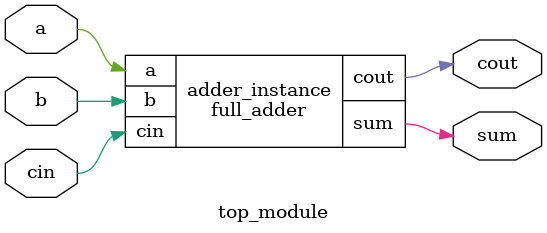
<source format=sv>
module full_adder (
	input a,
	input b,
	input cin,
	output cout,
	output sum
);

	assign {cout, sum} = a + b + cin;

endmodule
module top_module(
	input a,
	input b,
	input cin,
	output cout,
	output sum
);

	// Instantiate the Full Adder module
	full_adder adder_instance(
		.a(a),
		.b(b),
		.cin(cin),
		.cout(cout),
		.sum(sum)
	);

endmodule

</source>
